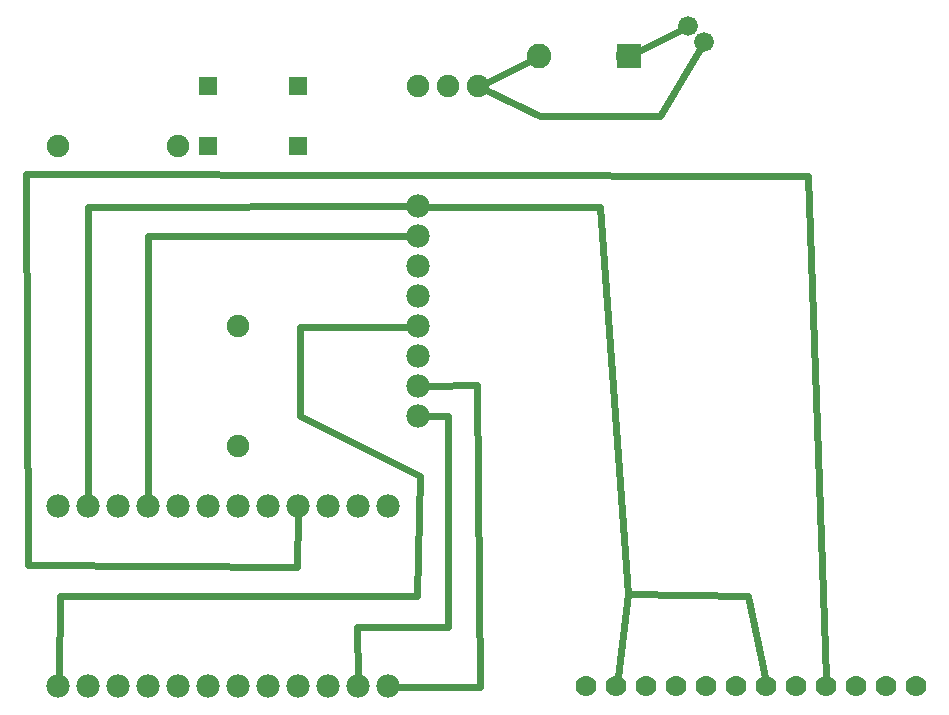
<source format=gtl>
G04 MADE WITH FRITZING*
G04 WWW.FRITZING.ORG*
G04 DOUBLE SIDED*
G04 HOLES PLATED*
G04 CONTOUR ON CENTER OF CONTOUR VECTOR*
%ASAXBY*%
%FSLAX23Y23*%
%MOIN*%
%OFA0B0*%
%SFA1.0B1.0*%
%ADD10C,0.075000*%
%ADD11C,0.082000*%
%ADD12C,0.059370*%
%ADD13C,0.066000*%
%ADD14C,0.078000*%
%ADD15C,0.070000*%
%ADD16R,0.082000X0.082000*%
%ADD17C,0.024000*%
%ADD18R,0.001000X0.001000*%
%LNCOPPER1*%
G90*
G70*
G54D10*
X1607Y2066D03*
X1507Y2066D03*
X1407Y2066D03*
G54D11*
X2107Y2166D03*
X1809Y2166D03*
G54D10*
X807Y866D03*
X807Y1266D03*
X207Y1866D03*
X607Y1866D03*
G54D12*
X707Y2066D03*
X1007Y2066D03*
X707Y1866D03*
X1007Y1866D03*
X707Y2066D03*
X1007Y2066D03*
X707Y1866D03*
X1007Y1866D03*
G54D13*
X2307Y2266D03*
X2360Y2212D03*
X2307Y2266D03*
X2360Y2212D03*
G54D14*
X1407Y1666D03*
X1407Y1566D03*
X1407Y1466D03*
X1407Y1366D03*
X1407Y1266D03*
X1407Y1166D03*
X1407Y1066D03*
X1407Y966D03*
G54D15*
X3067Y66D03*
X2967Y66D03*
X2867Y66D03*
X2767Y66D03*
X2667Y66D03*
X2567Y66D03*
X2467Y66D03*
X2367Y66D03*
X2267Y66D03*
X2167Y66D03*
X2067Y66D03*
X1967Y66D03*
G54D14*
X207Y666D03*
X307Y666D03*
X407Y666D03*
X507Y666D03*
X607Y666D03*
X707Y666D03*
X807Y666D03*
X907Y666D03*
X1007Y666D03*
X1107Y666D03*
X1207Y666D03*
X1307Y666D03*
X207Y66D03*
X307Y66D03*
X407Y66D03*
X507Y66D03*
X607Y66D03*
X707Y66D03*
X807Y66D03*
X907Y66D03*
X1007Y66D03*
X1107Y66D03*
X1207Y66D03*
X1307Y66D03*
G54D16*
X2108Y2166D03*
G54D17*
X307Y1662D02*
X307Y696D01*
D02*
X1377Y1666D02*
X307Y1662D01*
D02*
X1377Y1566D02*
X507Y1566D01*
D02*
X507Y1566D02*
X507Y696D01*
D02*
X211Y366D02*
X208Y96D01*
D02*
X1411Y766D02*
X1404Y366D01*
D02*
X1011Y1262D02*
X1011Y966D01*
D02*
X1404Y366D02*
X211Y366D01*
D02*
X1377Y1265D02*
X1011Y1262D01*
D02*
X1011Y966D02*
X1411Y766D01*
D02*
X1437Y1066D02*
X1604Y1069D01*
D02*
X1604Y1069D02*
X1611Y62D01*
D02*
X1611Y62D02*
X1337Y65D01*
D02*
X1204Y262D02*
X1207Y96D01*
D02*
X1507Y262D02*
X1204Y262D01*
D02*
X1507Y966D02*
X1507Y262D01*
D02*
X1437Y966D02*
X1507Y966D01*
D02*
X2011Y1662D02*
X1437Y1665D01*
D02*
X2071Y96D02*
X2107Y373D01*
D02*
X2107Y373D02*
X2011Y1662D01*
D02*
X2507Y366D02*
X2561Y96D01*
D02*
X2107Y373D02*
X2507Y366D01*
D02*
X100Y1773D02*
X107Y469D01*
D02*
X107Y469D02*
X1004Y462D01*
D02*
X2707Y1766D02*
X100Y1773D01*
D02*
X1004Y462D02*
X1007Y636D01*
D02*
X2765Y97D02*
X2707Y1766D01*
D02*
X1780Y2151D02*
X1633Y2078D01*
D02*
X2283Y2254D02*
X2136Y2180D01*
D02*
X1811Y1966D02*
X1633Y2053D01*
D02*
X2346Y2189D02*
X2211Y1966D01*
D02*
X2211Y1966D02*
X1811Y1966D01*
G54D18*
X677Y2095D02*
X736Y2095D01*
X977Y2095D02*
X1036Y2095D01*
X677Y2094D02*
X736Y2094D01*
X977Y2094D02*
X1036Y2094D01*
X677Y2093D02*
X736Y2093D01*
X977Y2093D02*
X1036Y2093D01*
X677Y2092D02*
X736Y2092D01*
X977Y2092D02*
X1036Y2092D01*
X677Y2091D02*
X736Y2091D01*
X977Y2091D02*
X1036Y2091D01*
X677Y2090D02*
X736Y2090D01*
X977Y2090D02*
X1036Y2090D01*
X677Y2089D02*
X736Y2089D01*
X977Y2089D02*
X1036Y2089D01*
X677Y2088D02*
X736Y2088D01*
X977Y2088D02*
X1036Y2088D01*
X677Y2087D02*
X736Y2087D01*
X977Y2087D02*
X1036Y2087D01*
X677Y2086D02*
X736Y2086D01*
X977Y2086D02*
X1036Y2086D01*
X677Y2085D02*
X701Y2085D01*
X712Y2085D02*
X736Y2085D01*
X977Y2085D02*
X1001Y2085D01*
X1012Y2085D02*
X1036Y2085D01*
X677Y2084D02*
X698Y2084D01*
X715Y2084D02*
X736Y2084D01*
X977Y2084D02*
X998Y2084D01*
X1015Y2084D02*
X1036Y2084D01*
X677Y2083D02*
X696Y2083D01*
X717Y2083D02*
X736Y2083D01*
X977Y2083D02*
X996Y2083D01*
X1017Y2083D02*
X1036Y2083D01*
X677Y2082D02*
X695Y2082D01*
X718Y2082D02*
X736Y2082D01*
X977Y2082D02*
X995Y2082D01*
X1018Y2082D02*
X1036Y2082D01*
X677Y2081D02*
X694Y2081D01*
X720Y2081D02*
X736Y2081D01*
X977Y2081D02*
X994Y2081D01*
X1020Y2081D02*
X1036Y2081D01*
X677Y2080D02*
X692Y2080D01*
X721Y2080D02*
X736Y2080D01*
X977Y2080D02*
X992Y2080D01*
X1021Y2080D02*
X1036Y2080D01*
X677Y2079D02*
X692Y2079D01*
X722Y2079D02*
X736Y2079D01*
X977Y2079D02*
X991Y2079D01*
X1022Y2079D02*
X1036Y2079D01*
X677Y2078D02*
X691Y2078D01*
X723Y2078D02*
X736Y2078D01*
X977Y2078D02*
X991Y2078D01*
X1023Y2078D02*
X1036Y2078D01*
X677Y2077D02*
X690Y2077D01*
X723Y2077D02*
X736Y2077D01*
X977Y2077D02*
X990Y2077D01*
X1023Y2077D02*
X1036Y2077D01*
X677Y2076D02*
X689Y2076D01*
X724Y2076D02*
X736Y2076D01*
X977Y2076D02*
X989Y2076D01*
X1024Y2076D02*
X1036Y2076D01*
X677Y2075D02*
X689Y2075D01*
X724Y2075D02*
X736Y2075D01*
X977Y2075D02*
X989Y2075D01*
X1024Y2075D02*
X1036Y2075D01*
X677Y2074D02*
X688Y2074D01*
X725Y2074D02*
X736Y2074D01*
X977Y2074D02*
X988Y2074D01*
X1025Y2074D02*
X1036Y2074D01*
X677Y2073D02*
X688Y2073D01*
X725Y2073D02*
X736Y2073D01*
X977Y2073D02*
X988Y2073D01*
X1025Y2073D02*
X1036Y2073D01*
X677Y2072D02*
X688Y2072D01*
X726Y2072D02*
X736Y2072D01*
X977Y2072D02*
X987Y2072D01*
X1026Y2072D02*
X1036Y2072D01*
X677Y2071D02*
X687Y2071D01*
X726Y2071D02*
X736Y2071D01*
X977Y2071D02*
X987Y2071D01*
X1026Y2071D02*
X1036Y2071D01*
X677Y2070D02*
X687Y2070D01*
X726Y2070D02*
X736Y2070D01*
X977Y2070D02*
X987Y2070D01*
X1026Y2070D02*
X1036Y2070D01*
X677Y2069D02*
X687Y2069D01*
X726Y2069D02*
X736Y2069D01*
X977Y2069D02*
X987Y2069D01*
X1026Y2069D02*
X1036Y2069D01*
X677Y2068D02*
X687Y2068D01*
X727Y2068D02*
X736Y2068D01*
X977Y2068D02*
X987Y2068D01*
X1027Y2068D02*
X1036Y2068D01*
X677Y2067D02*
X687Y2067D01*
X727Y2067D02*
X736Y2067D01*
X977Y2067D02*
X986Y2067D01*
X1027Y2067D02*
X1036Y2067D01*
X677Y2066D02*
X686Y2066D01*
X727Y2066D02*
X736Y2066D01*
X977Y2066D02*
X986Y2066D01*
X1027Y2066D02*
X1036Y2066D01*
X677Y2065D02*
X687Y2065D01*
X727Y2065D02*
X736Y2065D01*
X977Y2065D02*
X986Y2065D01*
X1027Y2065D02*
X1036Y2065D01*
X677Y2064D02*
X687Y2064D01*
X727Y2064D02*
X736Y2064D01*
X977Y2064D02*
X987Y2064D01*
X1027Y2064D02*
X1036Y2064D01*
X677Y2063D02*
X687Y2063D01*
X727Y2063D02*
X736Y2063D01*
X977Y2063D02*
X987Y2063D01*
X1026Y2063D02*
X1036Y2063D01*
X677Y2062D02*
X687Y2062D01*
X726Y2062D02*
X736Y2062D01*
X977Y2062D02*
X987Y2062D01*
X1026Y2062D02*
X1036Y2062D01*
X677Y2061D02*
X687Y2061D01*
X726Y2061D02*
X736Y2061D01*
X977Y2061D02*
X987Y2061D01*
X1026Y2061D02*
X1036Y2061D01*
X677Y2060D02*
X687Y2060D01*
X726Y2060D02*
X736Y2060D01*
X977Y2060D02*
X987Y2060D01*
X1026Y2060D02*
X1036Y2060D01*
X677Y2059D02*
X688Y2059D01*
X725Y2059D02*
X736Y2059D01*
X977Y2059D02*
X988Y2059D01*
X1025Y2059D02*
X1036Y2059D01*
X677Y2058D02*
X688Y2058D01*
X725Y2058D02*
X736Y2058D01*
X977Y2058D02*
X988Y2058D01*
X1025Y2058D02*
X1036Y2058D01*
X677Y2057D02*
X689Y2057D01*
X725Y2057D02*
X736Y2057D01*
X977Y2057D02*
X989Y2057D01*
X1025Y2057D02*
X1036Y2057D01*
X677Y2056D02*
X689Y2056D01*
X724Y2056D02*
X736Y2056D01*
X977Y2056D02*
X989Y2056D01*
X1024Y2056D02*
X1036Y2056D01*
X677Y2055D02*
X690Y2055D01*
X723Y2055D02*
X736Y2055D01*
X977Y2055D02*
X990Y2055D01*
X1023Y2055D02*
X1036Y2055D01*
X677Y2054D02*
X691Y2054D01*
X723Y2054D02*
X736Y2054D01*
X977Y2054D02*
X991Y2054D01*
X1023Y2054D02*
X1036Y2054D01*
X677Y2053D02*
X691Y2053D01*
X722Y2053D02*
X736Y2053D01*
X977Y2053D02*
X991Y2053D01*
X1022Y2053D02*
X1036Y2053D01*
X677Y2052D02*
X692Y2052D01*
X721Y2052D02*
X736Y2052D01*
X977Y2052D02*
X992Y2052D01*
X1021Y2052D02*
X1036Y2052D01*
X677Y2051D02*
X693Y2051D01*
X720Y2051D02*
X736Y2051D01*
X977Y2051D02*
X993Y2051D01*
X1020Y2051D02*
X1036Y2051D01*
X677Y2050D02*
X695Y2050D01*
X719Y2050D02*
X736Y2050D01*
X977Y2050D02*
X995Y2050D01*
X1019Y2050D02*
X1036Y2050D01*
X677Y2049D02*
X696Y2049D01*
X717Y2049D02*
X736Y2049D01*
X977Y2049D02*
X996Y2049D01*
X1017Y2049D02*
X1036Y2049D01*
X677Y2048D02*
X698Y2048D01*
X715Y2048D02*
X736Y2048D01*
X977Y2048D02*
X998Y2048D01*
X1015Y2048D02*
X1036Y2048D01*
X677Y2047D02*
X701Y2047D01*
X712Y2047D02*
X736Y2047D01*
X977Y2047D02*
X1001Y2047D01*
X1012Y2047D02*
X1036Y2047D01*
X677Y2046D02*
X736Y2046D01*
X977Y2046D02*
X1036Y2046D01*
X677Y2045D02*
X736Y2045D01*
X977Y2045D02*
X1036Y2045D01*
X677Y2044D02*
X736Y2044D01*
X977Y2044D02*
X1036Y2044D01*
X677Y2043D02*
X736Y2043D01*
X977Y2043D02*
X1036Y2043D01*
X677Y2042D02*
X736Y2042D01*
X977Y2042D02*
X1036Y2042D01*
X677Y2041D02*
X736Y2041D01*
X977Y2041D02*
X1036Y2041D01*
X677Y2040D02*
X736Y2040D01*
X977Y2040D02*
X1036Y2040D01*
X677Y2039D02*
X736Y2039D01*
X977Y2039D02*
X1036Y2039D01*
X677Y2038D02*
X736Y2038D01*
X977Y2038D02*
X1036Y2038D01*
X677Y2037D02*
X736Y2037D01*
X977Y2037D02*
X1036Y2037D01*
X677Y1895D02*
X736Y1895D01*
X977Y1895D02*
X1036Y1895D01*
X677Y1894D02*
X736Y1894D01*
X977Y1894D02*
X1036Y1894D01*
X677Y1893D02*
X736Y1893D01*
X977Y1893D02*
X1036Y1893D01*
X677Y1892D02*
X736Y1892D01*
X977Y1892D02*
X1036Y1892D01*
X677Y1891D02*
X736Y1891D01*
X977Y1891D02*
X1036Y1891D01*
X677Y1890D02*
X736Y1890D01*
X977Y1890D02*
X1036Y1890D01*
X677Y1889D02*
X736Y1889D01*
X977Y1889D02*
X1036Y1889D01*
X677Y1888D02*
X736Y1888D01*
X977Y1888D02*
X1036Y1888D01*
X677Y1887D02*
X736Y1887D01*
X977Y1887D02*
X1036Y1887D01*
X677Y1886D02*
X736Y1886D01*
X977Y1886D02*
X1036Y1886D01*
X677Y1885D02*
X701Y1885D01*
X712Y1885D02*
X736Y1885D01*
X977Y1885D02*
X1001Y1885D01*
X1012Y1885D02*
X1036Y1885D01*
X677Y1884D02*
X698Y1884D01*
X715Y1884D02*
X736Y1884D01*
X977Y1884D02*
X998Y1884D01*
X1015Y1884D02*
X1036Y1884D01*
X677Y1883D02*
X696Y1883D01*
X717Y1883D02*
X736Y1883D01*
X977Y1883D02*
X996Y1883D01*
X1017Y1883D02*
X1036Y1883D01*
X677Y1882D02*
X695Y1882D01*
X718Y1882D02*
X736Y1882D01*
X977Y1882D02*
X995Y1882D01*
X1018Y1882D02*
X1036Y1882D01*
X677Y1881D02*
X694Y1881D01*
X720Y1881D02*
X736Y1881D01*
X977Y1881D02*
X994Y1881D01*
X1020Y1881D02*
X1036Y1881D01*
X677Y1880D02*
X692Y1880D01*
X721Y1880D02*
X736Y1880D01*
X977Y1880D02*
X992Y1880D01*
X1021Y1880D02*
X1036Y1880D01*
X677Y1879D02*
X691Y1879D01*
X722Y1879D02*
X736Y1879D01*
X977Y1879D02*
X991Y1879D01*
X1022Y1879D02*
X1036Y1879D01*
X677Y1878D02*
X691Y1878D01*
X723Y1878D02*
X736Y1878D01*
X977Y1878D02*
X991Y1878D01*
X1023Y1878D02*
X1036Y1878D01*
X677Y1877D02*
X690Y1877D01*
X723Y1877D02*
X736Y1877D01*
X977Y1877D02*
X990Y1877D01*
X1023Y1877D02*
X1036Y1877D01*
X677Y1876D02*
X689Y1876D01*
X724Y1876D02*
X736Y1876D01*
X977Y1876D02*
X989Y1876D01*
X1024Y1876D02*
X1036Y1876D01*
X677Y1875D02*
X689Y1875D01*
X725Y1875D02*
X736Y1875D01*
X977Y1875D02*
X989Y1875D01*
X1024Y1875D02*
X1036Y1875D01*
X677Y1874D02*
X688Y1874D01*
X725Y1874D02*
X736Y1874D01*
X977Y1874D02*
X988Y1874D01*
X1025Y1874D02*
X1036Y1874D01*
X677Y1873D02*
X688Y1873D01*
X725Y1873D02*
X736Y1873D01*
X977Y1873D02*
X988Y1873D01*
X1025Y1873D02*
X1036Y1873D01*
X677Y1872D02*
X687Y1872D01*
X726Y1872D02*
X736Y1872D01*
X977Y1872D02*
X987Y1872D01*
X1026Y1872D02*
X1036Y1872D01*
X677Y1871D02*
X687Y1871D01*
X726Y1871D02*
X736Y1871D01*
X977Y1871D02*
X987Y1871D01*
X1026Y1871D02*
X1036Y1871D01*
X677Y1870D02*
X687Y1870D01*
X726Y1870D02*
X736Y1870D01*
X977Y1870D02*
X987Y1870D01*
X1026Y1870D02*
X1036Y1870D01*
X677Y1869D02*
X687Y1869D01*
X726Y1869D02*
X736Y1869D01*
X977Y1869D02*
X987Y1869D01*
X1026Y1869D02*
X1036Y1869D01*
X677Y1868D02*
X687Y1868D01*
X727Y1868D02*
X736Y1868D01*
X977Y1868D02*
X987Y1868D01*
X1027Y1868D02*
X1036Y1868D01*
X677Y1867D02*
X687Y1867D01*
X727Y1867D02*
X736Y1867D01*
X977Y1867D02*
X986Y1867D01*
X1027Y1867D02*
X1036Y1867D01*
X677Y1866D02*
X686Y1866D01*
X727Y1866D02*
X736Y1866D01*
X977Y1866D02*
X986Y1866D01*
X1027Y1866D02*
X1036Y1866D01*
X677Y1865D02*
X687Y1865D01*
X727Y1865D02*
X736Y1865D01*
X977Y1865D02*
X986Y1865D01*
X1027Y1865D02*
X1036Y1865D01*
X677Y1864D02*
X687Y1864D01*
X727Y1864D02*
X736Y1864D01*
X977Y1864D02*
X987Y1864D01*
X1027Y1864D02*
X1036Y1864D01*
X677Y1863D02*
X687Y1863D01*
X727Y1863D02*
X736Y1863D01*
X977Y1863D02*
X987Y1863D01*
X1026Y1863D02*
X1036Y1863D01*
X677Y1862D02*
X687Y1862D01*
X726Y1862D02*
X736Y1862D01*
X977Y1862D02*
X987Y1862D01*
X1026Y1862D02*
X1036Y1862D01*
X677Y1861D02*
X687Y1861D01*
X726Y1861D02*
X736Y1861D01*
X977Y1861D02*
X987Y1861D01*
X1026Y1861D02*
X1036Y1861D01*
X677Y1860D02*
X687Y1860D01*
X726Y1860D02*
X736Y1860D01*
X977Y1860D02*
X987Y1860D01*
X1026Y1860D02*
X1036Y1860D01*
X677Y1859D02*
X688Y1859D01*
X725Y1859D02*
X736Y1859D01*
X977Y1859D02*
X988Y1859D01*
X1025Y1859D02*
X1036Y1859D01*
X677Y1858D02*
X688Y1858D01*
X725Y1858D02*
X736Y1858D01*
X977Y1858D02*
X988Y1858D01*
X1025Y1858D02*
X1036Y1858D01*
X677Y1857D02*
X689Y1857D01*
X725Y1857D02*
X736Y1857D01*
X977Y1857D02*
X989Y1857D01*
X1024Y1857D02*
X1036Y1857D01*
X677Y1856D02*
X689Y1856D01*
X724Y1856D02*
X736Y1856D01*
X977Y1856D02*
X989Y1856D01*
X1024Y1856D02*
X1036Y1856D01*
X677Y1855D02*
X690Y1855D01*
X723Y1855D02*
X736Y1855D01*
X977Y1855D02*
X990Y1855D01*
X1023Y1855D02*
X1036Y1855D01*
X677Y1854D02*
X691Y1854D01*
X723Y1854D02*
X736Y1854D01*
X977Y1854D02*
X991Y1854D01*
X1023Y1854D02*
X1036Y1854D01*
X677Y1853D02*
X691Y1853D01*
X722Y1853D02*
X736Y1853D01*
X977Y1853D02*
X991Y1853D01*
X1022Y1853D02*
X1036Y1853D01*
X677Y1852D02*
X692Y1852D01*
X721Y1852D02*
X736Y1852D01*
X977Y1852D02*
X992Y1852D01*
X1021Y1852D02*
X1036Y1852D01*
X677Y1851D02*
X693Y1851D01*
X720Y1851D02*
X736Y1851D01*
X977Y1851D02*
X993Y1851D01*
X1020Y1851D02*
X1036Y1851D01*
X677Y1850D02*
X695Y1850D01*
X719Y1850D02*
X736Y1850D01*
X977Y1850D02*
X995Y1850D01*
X1019Y1850D02*
X1036Y1850D01*
X677Y1849D02*
X696Y1849D01*
X717Y1849D02*
X736Y1849D01*
X977Y1849D02*
X996Y1849D01*
X1017Y1849D02*
X1036Y1849D01*
X677Y1848D02*
X698Y1848D01*
X715Y1848D02*
X736Y1848D01*
X977Y1848D02*
X998Y1848D01*
X1015Y1848D02*
X1036Y1848D01*
X677Y1847D02*
X701Y1847D01*
X712Y1847D02*
X736Y1847D01*
X977Y1847D02*
X1001Y1847D01*
X1012Y1847D02*
X1036Y1847D01*
X677Y1846D02*
X736Y1846D01*
X977Y1846D02*
X1036Y1846D01*
X677Y1845D02*
X736Y1845D01*
X977Y1845D02*
X1036Y1845D01*
X677Y1844D02*
X736Y1844D01*
X977Y1844D02*
X1036Y1844D01*
X677Y1843D02*
X736Y1843D01*
X977Y1843D02*
X1036Y1843D01*
X677Y1842D02*
X736Y1842D01*
X977Y1842D02*
X1036Y1842D01*
X677Y1841D02*
X736Y1841D01*
X977Y1841D02*
X1036Y1841D01*
X677Y1840D02*
X736Y1840D01*
X977Y1840D02*
X1036Y1840D01*
X677Y1839D02*
X736Y1839D01*
X977Y1839D02*
X1036Y1839D01*
X677Y1838D02*
X736Y1838D01*
X977Y1838D02*
X1036Y1838D01*
X677Y1837D02*
X736Y1837D01*
X977Y1837D02*
X1036Y1837D01*
D02*
G04 End of Copper1*
M02*
</source>
